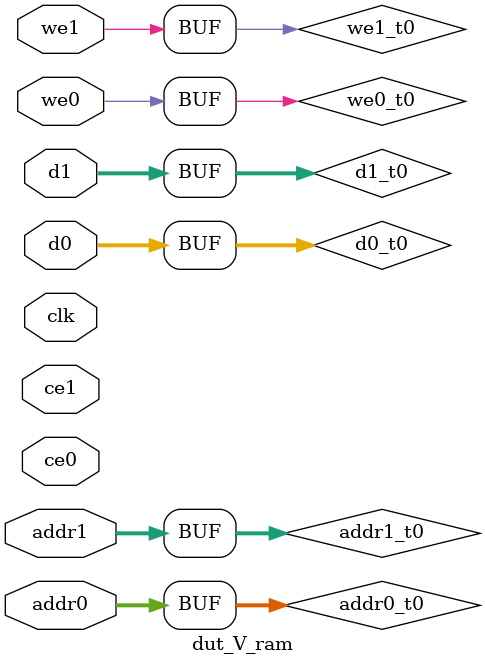
<source format=v>

`timescale 1 ns / 1 ps
module dut_V_ram (addr0, ce0, d0, we0, addr1, ce1, d1, we1,  clk);

parameter DWIDTH = 32;
parameter AWIDTH = 20;
parameter MEM_SIZE = 614656;

input[AWIDTH-1:0] addr0;
input ce0;
input[DWIDTH-1:0] d0;
input we0;
input[AWIDTH-1:0] addr1;
input ce1;
input[DWIDTH-1:0] d1;
input we1;
input clk;

(* ram_style = "block" *)reg [DWIDTH-1:0] ram[MEM_SIZE-1:0];
wire [AWIDTH-1:0] addr0_t0; 
(* EQUIVALENT_REGISTER_REMOVAL="NO" *)reg [AWIDTH-1:0] addr0_t1; 
wire [DWIDTH-1:0] d0_t0; 
wire we0_t0; 
(* EQUIVALENT_REGISTER_REMOVAL="NO" *)reg [DWIDTH-1:0] d0_t1; 
(* EQUIVALENT_REGISTER_REMOVAL="NO" *)reg we0_t1; 
wire [AWIDTH-1:0] addr1_t0; 
(* EQUIVALENT_REGISTER_REMOVAL="NO" *)reg [AWIDTH-1:0] addr1_t1; 
wire [DWIDTH-1:0] d1_t0; 
wire we1_t0; 
(* EQUIVALENT_REGISTER_REMOVAL="NO" *)reg [DWIDTH-1:0] d1_t1; 
(* EQUIVALENT_REGISTER_REMOVAL="NO" *)reg we1_t1; 


assign addr0_t0 = addr0;
assign d0_t0 = d0;
assign we0_t0 = we0;
assign addr1_t0 = addr1;
assign d1_t0 = d1;
assign we1_t0 = we1;

always @(posedge clk)  
begin
    if (ce0) 
    begin
        addr0_t1 <= addr0_t0; 
        d0_t1 <= d0_t0;
        we0_t1 <= we0_t0;
    end
    if (ce1) 
    begin
        addr1_t1 <= addr1_t0; 
        d1_t1 <= d1_t0;
        we1_t1 <= we1_t0;
    end
end


always @(posedge clk)  
begin 
    if (ce0) 
    begin
        if (we0_t1) 
        begin 
            ram[addr0_t1] <= d0_t1; 
        end 
    end
end


always @(posedge clk)  
begin 
    if (ce1) 
    begin
        if (we1_t1) 
        begin 
            ram[addr1_t1] <= d1_t1; 
        end 
    end
end


endmodule


`timescale 1 ns / 1 ps
module dut_V(
    reset,
    clk,
    address0,
    ce0,
    we0,
    d0,
    address1,
    ce1,
    we1,
    d1);

parameter DataWidth = 32'd32;
parameter AddressRange = 32'd614656;
parameter AddressWidth = 32'd20;
input reset;
input clk;
input[AddressWidth - 1:0] address0;
input ce0;
input we0;
input[DataWidth - 1:0] d0;
input[AddressWidth - 1:0] address1;
input ce1;
input we1;
input[DataWidth - 1:0] d1;



dut_V_ram dut_V_ram_U(
    .clk( clk ),
    .addr0( address0 ),
    .ce0( ce0 ),
    .d0( d0 ),
    .we0( we0 ),
    .addr1( address1 ),
    .ce1( ce1 ),
    .d1( d1 ),
    .we1( we1 ));

endmodule


</source>
